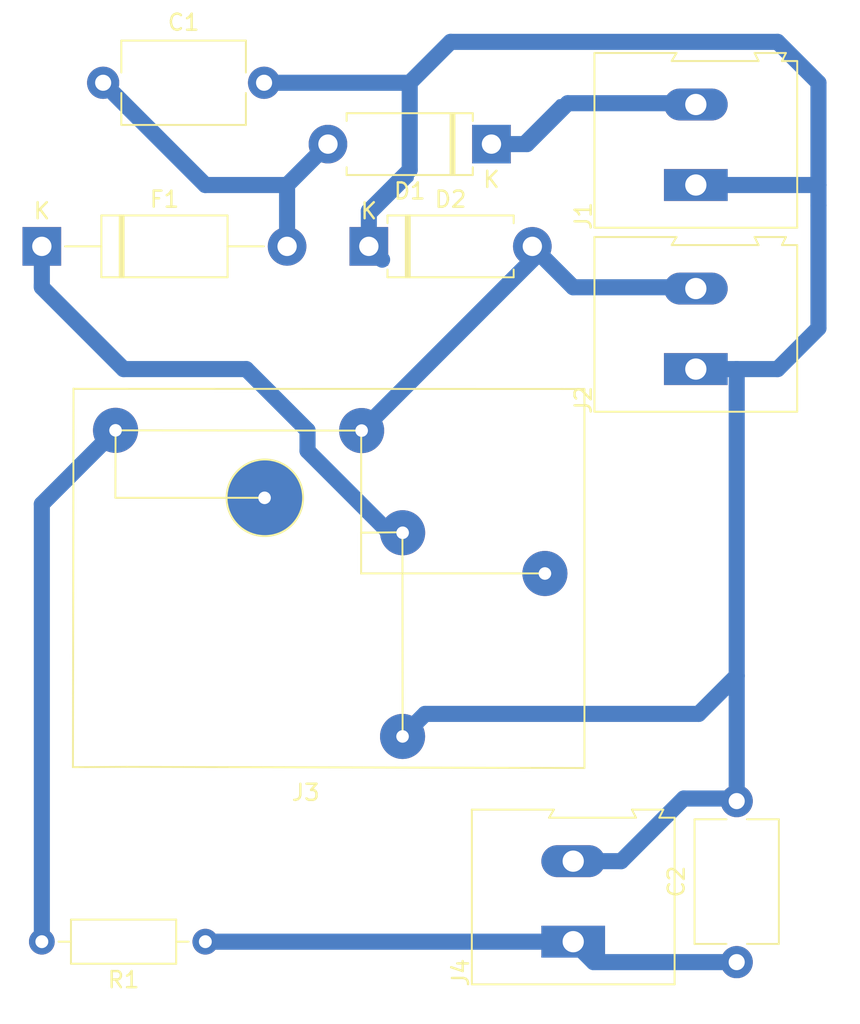
<source format=kicad_pcb>
(kicad_pcb (version 20171130) (host pcbnew "(5.1.5)-3")

  (general
    (thickness 1.6)
    (drawings 7)
    (tracks 55)
    (zones 0)
    (modules 10)
    (nets 9)
  )

  (page A4)
  (layers
    (0 F.Cu signal)
    (31 B.Cu signal)
    (32 B.Adhes user hide)
    (33 F.Adhes user hide)
    (34 B.Paste user hide)
    (35 F.Paste user hide)
    (36 B.SilkS user)
    (37 F.SilkS user hide)
    (38 B.Mask user hide)
    (39 F.Mask user)
    (40 Dwgs.User user hide)
    (41 Cmts.User user hide)
    (42 Eco1.User user hide)
    (43 Eco2.User user hide)
    (44 Edge.Cuts user hide)
    (45 Margin user hide)
    (46 B.CrtYd user hide)
    (47 F.CrtYd user hide)
    (48 B.Fab user hide)
    (49 F.Fab user)
  )

  (setup
    (last_trace_width 1)
    (user_trace_width 0.5)
    (user_trace_width 1)
    (trace_clearance 0.2)
    (zone_clearance 0.508)
    (zone_45_only no)
    (trace_min 0.2)
    (via_size 0.8)
    (via_drill 0.4)
    (via_min_size 0.4)
    (via_min_drill 0.3)
    (uvia_size 0.3)
    (uvia_drill 0.1)
    (uvias_allowed no)
    (uvia_min_size 0.2)
    (uvia_min_drill 0.1)
    (edge_width 0.05)
    (segment_width 0.2)
    (pcb_text_width 0.3)
    (pcb_text_size 1.5 1.5)
    (mod_edge_width 0.12)
    (mod_text_size 1 1)
    (mod_text_width 0.15)
    (pad_size 1.524 1.524)
    (pad_drill 0.762)
    (pad_to_mask_clearance 0.051)
    (solder_mask_min_width 0.25)
    (aux_axis_origin 0 0)
    (visible_elements 7FFFFFFF)
    (pcbplotparams
      (layerselection 0x010fc_ffffffff)
      (usegerberextensions false)
      (usegerberattributes false)
      (usegerberadvancedattributes false)
      (creategerberjobfile false)
      (excludeedgelayer true)
      (linewidth 0.100000)
      (plotframeref false)
      (viasonmask false)
      (mode 1)
      (useauxorigin false)
      (hpglpennumber 1)
      (hpglpenspeed 20)
      (hpglpendiameter 15.000000)
      (psnegative false)
      (psa4output false)
      (plotreference true)
      (plotvalue true)
      (plotinvisibletext false)
      (padsonsilk false)
      (subtractmaskfromsilk false)
      (outputformat 1)
      (mirror false)
      (drillshape 1)
      (scaleselection 1)
      (outputdirectory ""))
  )

  (net 0 "")
  (net 1 "Net-(C1-Pad1)")
  (net 2 "Net-(C1-Pad2)")
  (net 3 "Net-(C2-Pad1)")
  (net 4 "Net-(D1-Pad1)")
  (net 5 "Net-(D2-Pad2)")
  (net 6 "Net-(F1-Pad1)")
  (net 7 "Net-(J3-Pad4)")
  (net 8 "Net-(J3-Pad5)")

  (net_class Default "Esta es la clase de red por defecto."
    (clearance 0.2)
    (trace_width 0.25)
    (via_dia 0.8)
    (via_drill 0.4)
    (uvia_dia 0.3)
    (uvia_drill 0.1)
    (add_net "Net-(C1-Pad1)")
    (add_net "Net-(C1-Pad2)")
    (add_net "Net-(C2-Pad1)")
    (add_net "Net-(D1-Pad1)")
    (add_net "Net-(D2-Pad2)")
    (add_net "Net-(F1-Pad1)")
    (add_net "Net-(J3-Pad4)")
    (add_net "Net-(J3-Pad5)")
  )

  (module TerminalBlock:TerminalBlock_Altech_AK300-2_P5.00mm (layer F.Cu) (tedit 59FF0306) (tstamp 5E41D23C)
    (at 217.17 85.09 90)
    (descr "Altech AK300 terminal block, pitch 5.0mm, 45 degree angled, see http://www.mouser.com/ds/2/16/PCBMETRC-24178.pdf")
    (tags "Altech AK300 terminal block pitch 5.0mm")
    (path /5E3B4CCC)
    (fp_text reference J1 (at -1.92 -6.99 90) (layer F.SilkS)
      (effects (font (size 1 1) (thickness 0.15)))
    )
    (fp_text value Conn_01x02_Female (at 2.78 7.75 90) (layer F.Fab)
      (effects (font (size 1 1) (thickness 0.15)))
    )
    (fp_arc (start -1.13 -4.65) (end -1.42 -4.13) (angle 104.2) (layer F.Fab) (width 0.1))
    (fp_arc (start -0.01 -3.71) (end -1.62 -5) (angle 100) (layer F.Fab) (width 0.1))
    (fp_arc (start 0.06 -6.07) (end 1.53 -4.12) (angle 75.5) (layer F.Fab) (width 0.1))
    (fp_arc (start 1.03 -4.59) (end 1.53 -5.05) (angle 90.5) (layer F.Fab) (width 0.1))
    (fp_arc (start 3.87 -4.65) (end 3.58 -4.13) (angle 104.2) (layer F.Fab) (width 0.1))
    (fp_arc (start 4.99 -3.71) (end 3.39 -5) (angle 100) (layer F.Fab) (width 0.1))
    (fp_arc (start 5.07 -6.07) (end 6.53 -4.12) (angle 75.5) (layer F.Fab) (width 0.1))
    (fp_arc (start 6.03 -4.59) (end 6.54 -5.05) (angle 90.5) (layer F.Fab) (width 0.1))
    (fp_line (start 8.36 6.47) (end -2.83 6.47) (layer F.CrtYd) (width 0.05))
    (fp_line (start 8.36 6.47) (end 8.36 -6.47) (layer F.CrtYd) (width 0.05))
    (fp_line (start -2.83 -6.47) (end -2.83 6.47) (layer F.CrtYd) (width 0.05))
    (fp_line (start -2.83 -6.47) (end 8.36 -6.47) (layer F.CrtYd) (width 0.05))
    (fp_line (start 3.36 -0.25) (end 6.67 -0.25) (layer F.Fab) (width 0.1))
    (fp_line (start 2.98 -0.25) (end 3.36 -0.25) (layer F.Fab) (width 0.1))
    (fp_line (start 7.05 -0.25) (end 6.67 -0.25) (layer F.Fab) (width 0.1))
    (fp_line (start 6.67 -0.64) (end 3.36 -0.64) (layer F.Fab) (width 0.1))
    (fp_line (start 7.61 -0.64) (end 6.67 -0.64) (layer F.Fab) (width 0.1))
    (fp_line (start 1.66 -0.64) (end 3.36 -0.64) (layer F.Fab) (width 0.1))
    (fp_line (start -1.64 -0.64) (end 1.66 -0.64) (layer F.Fab) (width 0.1))
    (fp_line (start -2.58 -0.64) (end -1.64 -0.64) (layer F.Fab) (width 0.1))
    (fp_line (start 1.66 -0.25) (end -1.64 -0.25) (layer F.Fab) (width 0.1))
    (fp_line (start 2.04 -0.25) (end 1.66 -0.25) (layer F.Fab) (width 0.1))
    (fp_line (start -2.02 -0.25) (end -1.64 -0.25) (layer F.Fab) (width 0.1))
    (fp_line (start -1.49 -4.32) (end 1.56 -4.95) (layer F.Fab) (width 0.1))
    (fp_line (start -1.62 -4.45) (end 1.44 -5.08) (layer F.Fab) (width 0.1))
    (fp_line (start 3.52 -4.32) (end 6.56 -4.95) (layer F.Fab) (width 0.1))
    (fp_line (start 3.39 -4.45) (end 6.44 -5.08) (layer F.Fab) (width 0.1))
    (fp_line (start 2.04 -5.97) (end -2.02 -5.97) (layer F.Fab) (width 0.1))
    (fp_line (start -2.02 -3.43) (end -2.02 -5.97) (layer F.Fab) (width 0.1))
    (fp_line (start 2.04 -3.43) (end -2.02 -3.43) (layer F.Fab) (width 0.1))
    (fp_line (start 2.04 -3.43) (end 2.04 -5.97) (layer F.Fab) (width 0.1))
    (fp_line (start 7.05 -3.43) (end 2.98 -3.43) (layer F.Fab) (width 0.1))
    (fp_line (start 7.05 -5.97) (end 7.05 -3.43) (layer F.Fab) (width 0.1))
    (fp_line (start 2.98 -5.97) (end 7.05 -5.97) (layer F.Fab) (width 0.1))
    (fp_line (start 2.98 -3.43) (end 2.98 -5.97) (layer F.Fab) (width 0.1))
    (fp_line (start 7.61 -3.17) (end 7.61 -1.65) (layer F.Fab) (width 0.1))
    (fp_line (start -2.58 -3.17) (end -2.58 -6.22) (layer F.Fab) (width 0.1))
    (fp_line (start -2.58 -3.17) (end 7.61 -3.17) (layer F.Fab) (width 0.1))
    (fp_line (start 7.61 -0.64) (end 7.61 4.06) (layer F.Fab) (width 0.1))
    (fp_line (start 7.61 -1.65) (end 7.61 -0.64) (layer F.Fab) (width 0.1))
    (fp_line (start -2.58 -0.64) (end -2.58 -3.17) (layer F.Fab) (width 0.1))
    (fp_line (start -2.58 6.22) (end -2.58 -0.64) (layer F.Fab) (width 0.1))
    (fp_line (start 6.67 0.51) (end 6.28 0.51) (layer F.Fab) (width 0.1))
    (fp_line (start 3.36 0.51) (end 3.74 0.51) (layer F.Fab) (width 0.1))
    (fp_line (start 1.66 0.51) (end 1.28 0.51) (layer F.Fab) (width 0.1))
    (fp_line (start -1.64 0.51) (end -1.26 0.51) (layer F.Fab) (width 0.1))
    (fp_line (start -1.64 3.68) (end -1.64 0.51) (layer F.Fab) (width 0.1))
    (fp_line (start 1.66 3.68) (end -1.64 3.68) (layer F.Fab) (width 0.1))
    (fp_line (start 1.66 3.68) (end 1.66 0.51) (layer F.Fab) (width 0.1))
    (fp_line (start 3.36 3.68) (end 3.36 0.51) (layer F.Fab) (width 0.1))
    (fp_line (start 6.67 3.68) (end 3.36 3.68) (layer F.Fab) (width 0.1))
    (fp_line (start 6.67 3.68) (end 6.67 0.51) (layer F.Fab) (width 0.1))
    (fp_line (start -2.02 4.32) (end -2.02 6.22) (layer F.Fab) (width 0.1))
    (fp_line (start 2.04 4.32) (end 2.04 -0.25) (layer F.Fab) (width 0.1))
    (fp_line (start 2.04 4.32) (end -2.02 4.32) (layer F.Fab) (width 0.1))
    (fp_line (start 7.05 4.32) (end 7.05 6.22) (layer F.Fab) (width 0.1))
    (fp_line (start 2.98 4.32) (end 2.98 -0.25) (layer F.Fab) (width 0.1))
    (fp_line (start 2.98 4.32) (end 7.05 4.32) (layer F.Fab) (width 0.1))
    (fp_line (start -2.02 6.22) (end 2.04 6.22) (layer F.Fab) (width 0.1))
    (fp_line (start -2.58 6.22) (end -2.02 6.22) (layer F.Fab) (width 0.1))
    (fp_line (start -2.02 -0.25) (end -2.02 4.32) (layer F.Fab) (width 0.1))
    (fp_line (start 2.04 6.22) (end 2.98 6.22) (layer F.Fab) (width 0.1))
    (fp_line (start 2.04 6.22) (end 2.04 4.32) (layer F.Fab) (width 0.1))
    (fp_line (start 7.05 6.22) (end 7.61 6.22) (layer F.Fab) (width 0.1))
    (fp_line (start 2.98 6.22) (end 7.05 6.22) (layer F.Fab) (width 0.1))
    (fp_line (start 7.05 -0.25) (end 7.05 4.32) (layer F.Fab) (width 0.1))
    (fp_line (start 2.98 6.22) (end 2.98 4.32) (layer F.Fab) (width 0.1))
    (fp_line (start 8.11 3.81) (end 8.11 5.46) (layer F.Fab) (width 0.1))
    (fp_line (start 7.61 4.06) (end 7.61 5.21) (layer F.Fab) (width 0.1))
    (fp_line (start 8.11 3.81) (end 7.61 4.06) (layer F.Fab) (width 0.1))
    (fp_line (start 7.61 5.21) (end 7.61 6.22) (layer F.Fab) (width 0.1))
    (fp_line (start 8.11 5.46) (end 7.61 5.21) (layer F.Fab) (width 0.1))
    (fp_line (start 8.11 -1.4) (end 7.61 -1.65) (layer F.Fab) (width 0.1))
    (fp_line (start 8.11 -6.22) (end 8.11 -1.4) (layer F.Fab) (width 0.1))
    (fp_line (start 7.61 -6.22) (end 8.11 -6.22) (layer F.Fab) (width 0.1))
    (fp_line (start 7.61 -6.22) (end -2.58 -6.22) (layer F.Fab) (width 0.1))
    (fp_line (start 7.61 -6.22) (end 7.61 -3.17) (layer F.Fab) (width 0.1))
    (fp_line (start 3.74 2.54) (end 3.74 -0.25) (layer F.Fab) (width 0.1))
    (fp_line (start 3.74 -0.25) (end 6.28 -0.25) (layer F.Fab) (width 0.1))
    (fp_line (start 6.28 2.54) (end 6.28 -0.25) (layer F.Fab) (width 0.1))
    (fp_line (start 3.74 2.54) (end 6.28 2.54) (layer F.Fab) (width 0.1))
    (fp_line (start -1.26 2.54) (end -1.26 -0.25) (layer F.Fab) (width 0.1))
    (fp_line (start -1.26 -0.25) (end 1.28 -0.25) (layer F.Fab) (width 0.1))
    (fp_line (start 1.28 2.54) (end 1.28 -0.25) (layer F.Fab) (width 0.1))
    (fp_line (start -1.26 2.54) (end 1.28 2.54) (layer F.Fab) (width 0.1))
    (fp_line (start 8.2 -6.3) (end -2.65 -6.3) (layer F.SilkS) (width 0.12))
    (fp_line (start 8.2 -1.2) (end 8.2 -6.3) (layer F.SilkS) (width 0.12))
    (fp_line (start 7.7 -1.5) (end 8.2 -1.2) (layer F.SilkS) (width 0.12))
    (fp_line (start 7.7 3.9) (end 7.7 -1.5) (layer F.SilkS) (width 0.12))
    (fp_line (start 8.2 3.65) (end 7.7 3.9) (layer F.SilkS) (width 0.12))
    (fp_line (start 8.2 3.7) (end 8.2 3.65) (layer F.SilkS) (width 0.12))
    (fp_line (start 8.2 5.6) (end 8.2 3.7) (layer F.SilkS) (width 0.12))
    (fp_line (start 7.7 5.35) (end 8.2 5.6) (layer F.SilkS) (width 0.12))
    (fp_line (start 7.7 6.3) (end 7.7 5.35) (layer F.SilkS) (width 0.12))
    (fp_line (start -2.65 6.3) (end 7.7 6.3) (layer F.SilkS) (width 0.12))
    (fp_line (start -2.65 -6.3) (end -2.65 6.3) (layer F.SilkS) (width 0.12))
    (fp_text user %R (at 2.5 -2 90) (layer F.Fab)
      (effects (font (size 1 1) (thickness 0.15)))
    )
    (pad 2 thru_hole oval (at 5 0 90) (size 1.98 3.96) (drill 1.32) (layers *.Cu *.Mask)
      (net 4 "Net-(D1-Pad1)"))
    (pad 1 thru_hole rect (at 0 0 90) (size 1.98 3.96) (drill 1.32) (layers *.Cu *.Mask)
      (net 2 "Net-(C1-Pad2)"))
    (model ${KISYS3DMOD}/TerminalBlock.3dshapes/TerminalBlock_Altech_AK300-2_P5.00mm.wrl
      (at (xyz 0 0 0))
      (scale (xyz 1 1 1))
      (rotate (xyz 0 0 0))
    )
  )

  (module Capacitor_THT:C_Disc_D7.5mm_W5.0mm_P10.00mm (layer F.Cu) (tedit 5AE50EF0) (tstamp 5E41D228)
    (at 180.34 78.74)
    (descr "C, Disc series, Radial, pin pitch=10.00mm, , diameter*width=7.5*5.0mm^2, Capacitor, http://www.vishay.com/docs/28535/vy2series.pdf")
    (tags "C Disc series Radial pin pitch 10.00mm  diameter 7.5mm width 5.0mm Capacitor")
    (path /5E3B045A)
    (fp_text reference C1 (at 5 -3.75) (layer F.SilkS)
      (effects (font (size 1 1) (thickness 0.15)))
    )
    (fp_text value C (at 5 3.75) (layer F.Fab)
      (effects (font (size 1 1) (thickness 0.15)))
    )
    (fp_line (start 1.25 -2.5) (end 1.25 2.5) (layer F.Fab) (width 0.1))
    (fp_line (start 1.25 2.5) (end 8.75 2.5) (layer F.Fab) (width 0.1))
    (fp_line (start 8.75 2.5) (end 8.75 -2.5) (layer F.Fab) (width 0.1))
    (fp_line (start 8.75 -2.5) (end 1.25 -2.5) (layer F.Fab) (width 0.1))
    (fp_line (start 1.13 -2.62) (end 8.87 -2.62) (layer F.SilkS) (width 0.12))
    (fp_line (start 1.13 2.62) (end 8.87 2.62) (layer F.SilkS) (width 0.12))
    (fp_line (start 1.13 -2.62) (end 1.13 -0.636) (layer F.SilkS) (width 0.12))
    (fp_line (start 1.13 0.636) (end 1.13 2.62) (layer F.SilkS) (width 0.12))
    (fp_line (start 8.87 -2.62) (end 8.87 -0.636) (layer F.SilkS) (width 0.12))
    (fp_line (start 8.87 0.636) (end 8.87 2.62) (layer F.SilkS) (width 0.12))
    (fp_line (start -1.25 -2.75) (end -1.25 2.75) (layer F.CrtYd) (width 0.05))
    (fp_line (start -1.25 2.75) (end 11.25 2.75) (layer F.CrtYd) (width 0.05))
    (fp_line (start 11.25 2.75) (end 11.25 -2.75) (layer F.CrtYd) (width 0.05))
    (fp_line (start 11.25 -2.75) (end -1.25 -2.75) (layer F.CrtYd) (width 0.05))
    (fp_text user %R (at 5 -0.235001) (layer F.Fab)
      (effects (font (size 1 1) (thickness 0.15)))
    )
    (pad 1 thru_hole circle (at 0 0) (size 2 2) (drill 1) (layers *.Cu *.Mask)
      (net 1 "Net-(C1-Pad1)"))
    (pad 2 thru_hole circle (at 10 0) (size 2 2) (drill 1) (layers *.Cu *.Mask)
      (net 2 "Net-(C1-Pad2)"))
    (model ${KISYS3DMOD}/Capacitor_THT.3dshapes/C_Disc_D7.5mm_W5.0mm_P10.00mm.wrl
      (at (xyz 0 0 0))
      (scale (xyz 1 1 1))
      (rotate (xyz 0 0 0))
    )
  )

  (module TerminalBlock:TerminalBlock_Altech_AK300-2_P5.00mm (layer F.Cu) (tedit 59FF0306) (tstamp 5E41D1C2)
    (at 209.55 132.08 90)
    (descr "Altech AK300 terminal block, pitch 5.0mm, 45 degree angled, see http://www.mouser.com/ds/2/16/PCBMETRC-24178.pdf")
    (tags "Altech AK300 terminal block pitch 5.0mm")
    (path /5E3B6C5D)
    (fp_text reference J4 (at -1.92 -6.99 90) (layer F.SilkS)
      (effects (font (size 1 1) (thickness 0.15)))
    )
    (fp_text value Conn_01x02_Female (at 2.78 7.75 90) (layer F.Fab)
      (effects (font (size 1 1) (thickness 0.15)))
    )
    (fp_text user %R (at 2.5 -2 90) (layer F.Fab)
      (effects (font (size 1 1) (thickness 0.15)))
    )
    (fp_line (start -2.65 -6.3) (end -2.65 6.3) (layer F.SilkS) (width 0.12))
    (fp_line (start -2.65 6.3) (end 7.7 6.3) (layer F.SilkS) (width 0.12))
    (fp_line (start 7.7 6.3) (end 7.7 5.35) (layer F.SilkS) (width 0.12))
    (fp_line (start 7.7 5.35) (end 8.2 5.6) (layer F.SilkS) (width 0.12))
    (fp_line (start 8.2 5.6) (end 8.2 3.7) (layer F.SilkS) (width 0.12))
    (fp_line (start 8.2 3.7) (end 8.2 3.65) (layer F.SilkS) (width 0.12))
    (fp_line (start 8.2 3.65) (end 7.7 3.9) (layer F.SilkS) (width 0.12))
    (fp_line (start 7.7 3.9) (end 7.7 -1.5) (layer F.SilkS) (width 0.12))
    (fp_line (start 7.7 -1.5) (end 8.2 -1.2) (layer F.SilkS) (width 0.12))
    (fp_line (start 8.2 -1.2) (end 8.2 -6.3) (layer F.SilkS) (width 0.12))
    (fp_line (start 8.2 -6.3) (end -2.65 -6.3) (layer F.SilkS) (width 0.12))
    (fp_line (start -1.26 2.54) (end 1.28 2.54) (layer F.Fab) (width 0.1))
    (fp_line (start 1.28 2.54) (end 1.28 -0.25) (layer F.Fab) (width 0.1))
    (fp_line (start -1.26 -0.25) (end 1.28 -0.25) (layer F.Fab) (width 0.1))
    (fp_line (start -1.26 2.54) (end -1.26 -0.25) (layer F.Fab) (width 0.1))
    (fp_line (start 3.74 2.54) (end 6.28 2.54) (layer F.Fab) (width 0.1))
    (fp_line (start 6.28 2.54) (end 6.28 -0.25) (layer F.Fab) (width 0.1))
    (fp_line (start 3.74 -0.25) (end 6.28 -0.25) (layer F.Fab) (width 0.1))
    (fp_line (start 3.74 2.54) (end 3.74 -0.25) (layer F.Fab) (width 0.1))
    (fp_line (start 7.61 -6.22) (end 7.61 -3.17) (layer F.Fab) (width 0.1))
    (fp_line (start 7.61 -6.22) (end -2.58 -6.22) (layer F.Fab) (width 0.1))
    (fp_line (start 7.61 -6.22) (end 8.11 -6.22) (layer F.Fab) (width 0.1))
    (fp_line (start 8.11 -6.22) (end 8.11 -1.4) (layer F.Fab) (width 0.1))
    (fp_line (start 8.11 -1.4) (end 7.61 -1.65) (layer F.Fab) (width 0.1))
    (fp_line (start 8.11 5.46) (end 7.61 5.21) (layer F.Fab) (width 0.1))
    (fp_line (start 7.61 5.21) (end 7.61 6.22) (layer F.Fab) (width 0.1))
    (fp_line (start 8.11 3.81) (end 7.61 4.06) (layer F.Fab) (width 0.1))
    (fp_line (start 7.61 4.06) (end 7.61 5.21) (layer F.Fab) (width 0.1))
    (fp_line (start 8.11 3.81) (end 8.11 5.46) (layer F.Fab) (width 0.1))
    (fp_line (start 2.98 6.22) (end 2.98 4.32) (layer F.Fab) (width 0.1))
    (fp_line (start 7.05 -0.25) (end 7.05 4.32) (layer F.Fab) (width 0.1))
    (fp_line (start 2.98 6.22) (end 7.05 6.22) (layer F.Fab) (width 0.1))
    (fp_line (start 7.05 6.22) (end 7.61 6.22) (layer F.Fab) (width 0.1))
    (fp_line (start 2.04 6.22) (end 2.04 4.32) (layer F.Fab) (width 0.1))
    (fp_line (start 2.04 6.22) (end 2.98 6.22) (layer F.Fab) (width 0.1))
    (fp_line (start -2.02 -0.25) (end -2.02 4.32) (layer F.Fab) (width 0.1))
    (fp_line (start -2.58 6.22) (end -2.02 6.22) (layer F.Fab) (width 0.1))
    (fp_line (start -2.02 6.22) (end 2.04 6.22) (layer F.Fab) (width 0.1))
    (fp_line (start 2.98 4.32) (end 7.05 4.32) (layer F.Fab) (width 0.1))
    (fp_line (start 2.98 4.32) (end 2.98 -0.25) (layer F.Fab) (width 0.1))
    (fp_line (start 7.05 4.32) (end 7.05 6.22) (layer F.Fab) (width 0.1))
    (fp_line (start 2.04 4.32) (end -2.02 4.32) (layer F.Fab) (width 0.1))
    (fp_line (start 2.04 4.32) (end 2.04 -0.25) (layer F.Fab) (width 0.1))
    (fp_line (start -2.02 4.32) (end -2.02 6.22) (layer F.Fab) (width 0.1))
    (fp_line (start 6.67 3.68) (end 6.67 0.51) (layer F.Fab) (width 0.1))
    (fp_line (start 6.67 3.68) (end 3.36 3.68) (layer F.Fab) (width 0.1))
    (fp_line (start 3.36 3.68) (end 3.36 0.51) (layer F.Fab) (width 0.1))
    (fp_line (start 1.66 3.68) (end 1.66 0.51) (layer F.Fab) (width 0.1))
    (fp_line (start 1.66 3.68) (end -1.64 3.68) (layer F.Fab) (width 0.1))
    (fp_line (start -1.64 3.68) (end -1.64 0.51) (layer F.Fab) (width 0.1))
    (fp_line (start -1.64 0.51) (end -1.26 0.51) (layer F.Fab) (width 0.1))
    (fp_line (start 1.66 0.51) (end 1.28 0.51) (layer F.Fab) (width 0.1))
    (fp_line (start 3.36 0.51) (end 3.74 0.51) (layer F.Fab) (width 0.1))
    (fp_line (start 6.67 0.51) (end 6.28 0.51) (layer F.Fab) (width 0.1))
    (fp_line (start -2.58 6.22) (end -2.58 -0.64) (layer F.Fab) (width 0.1))
    (fp_line (start -2.58 -0.64) (end -2.58 -3.17) (layer F.Fab) (width 0.1))
    (fp_line (start 7.61 -1.65) (end 7.61 -0.64) (layer F.Fab) (width 0.1))
    (fp_line (start 7.61 -0.64) (end 7.61 4.06) (layer F.Fab) (width 0.1))
    (fp_line (start -2.58 -3.17) (end 7.61 -3.17) (layer F.Fab) (width 0.1))
    (fp_line (start -2.58 -3.17) (end -2.58 -6.22) (layer F.Fab) (width 0.1))
    (fp_line (start 7.61 -3.17) (end 7.61 -1.65) (layer F.Fab) (width 0.1))
    (fp_line (start 2.98 -3.43) (end 2.98 -5.97) (layer F.Fab) (width 0.1))
    (fp_line (start 2.98 -5.97) (end 7.05 -5.97) (layer F.Fab) (width 0.1))
    (fp_line (start 7.05 -5.97) (end 7.05 -3.43) (layer F.Fab) (width 0.1))
    (fp_line (start 7.05 -3.43) (end 2.98 -3.43) (layer F.Fab) (width 0.1))
    (fp_line (start 2.04 -3.43) (end 2.04 -5.97) (layer F.Fab) (width 0.1))
    (fp_line (start 2.04 -3.43) (end -2.02 -3.43) (layer F.Fab) (width 0.1))
    (fp_line (start -2.02 -3.43) (end -2.02 -5.97) (layer F.Fab) (width 0.1))
    (fp_line (start 2.04 -5.97) (end -2.02 -5.97) (layer F.Fab) (width 0.1))
    (fp_line (start 3.39 -4.45) (end 6.44 -5.08) (layer F.Fab) (width 0.1))
    (fp_line (start 3.52 -4.32) (end 6.56 -4.95) (layer F.Fab) (width 0.1))
    (fp_line (start -1.62 -4.45) (end 1.44 -5.08) (layer F.Fab) (width 0.1))
    (fp_line (start -1.49 -4.32) (end 1.56 -4.95) (layer F.Fab) (width 0.1))
    (fp_line (start -2.02 -0.25) (end -1.64 -0.25) (layer F.Fab) (width 0.1))
    (fp_line (start 2.04 -0.25) (end 1.66 -0.25) (layer F.Fab) (width 0.1))
    (fp_line (start 1.66 -0.25) (end -1.64 -0.25) (layer F.Fab) (width 0.1))
    (fp_line (start -2.58 -0.64) (end -1.64 -0.64) (layer F.Fab) (width 0.1))
    (fp_line (start -1.64 -0.64) (end 1.66 -0.64) (layer F.Fab) (width 0.1))
    (fp_line (start 1.66 -0.64) (end 3.36 -0.64) (layer F.Fab) (width 0.1))
    (fp_line (start 7.61 -0.64) (end 6.67 -0.64) (layer F.Fab) (width 0.1))
    (fp_line (start 6.67 -0.64) (end 3.36 -0.64) (layer F.Fab) (width 0.1))
    (fp_line (start 7.05 -0.25) (end 6.67 -0.25) (layer F.Fab) (width 0.1))
    (fp_line (start 2.98 -0.25) (end 3.36 -0.25) (layer F.Fab) (width 0.1))
    (fp_line (start 3.36 -0.25) (end 6.67 -0.25) (layer F.Fab) (width 0.1))
    (fp_line (start -2.83 -6.47) (end 8.36 -6.47) (layer F.CrtYd) (width 0.05))
    (fp_line (start -2.83 -6.47) (end -2.83 6.47) (layer F.CrtYd) (width 0.05))
    (fp_line (start 8.36 6.47) (end 8.36 -6.47) (layer F.CrtYd) (width 0.05))
    (fp_line (start 8.36 6.47) (end -2.83 6.47) (layer F.CrtYd) (width 0.05))
    (fp_arc (start 6.03 -4.59) (end 6.54 -5.05) (angle 90.5) (layer F.Fab) (width 0.1))
    (fp_arc (start 5.07 -6.07) (end 6.53 -4.12) (angle 75.5) (layer F.Fab) (width 0.1))
    (fp_arc (start 4.99 -3.71) (end 3.39 -5) (angle 100) (layer F.Fab) (width 0.1))
    (fp_arc (start 3.87 -4.65) (end 3.58 -4.13) (angle 104.2) (layer F.Fab) (width 0.1))
    (fp_arc (start 1.03 -4.59) (end 1.53 -5.05) (angle 90.5) (layer F.Fab) (width 0.1))
    (fp_arc (start 0.06 -6.07) (end 1.53 -4.12) (angle 75.5) (layer F.Fab) (width 0.1))
    (fp_arc (start -0.01 -3.71) (end -1.62 -5) (angle 100) (layer F.Fab) (width 0.1))
    (fp_arc (start -1.13 -4.65) (end -1.42 -4.13) (angle 104.2) (layer F.Fab) (width 0.1))
    (pad 1 thru_hole rect (at 0 0 90) (size 1.98 3.96) (drill 1.32) (layers *.Cu *.Mask)
      (net 3 "Net-(C2-Pad1)"))
    (pad 2 thru_hole oval (at 5 0 90) (size 1.98 3.96) (drill 1.32) (layers *.Cu *.Mask)
      (net 2 "Net-(C1-Pad2)"))
    (model ${KISYS3DMOD}/TerminalBlock.3dshapes/TerminalBlock_Altech_AK300-2_P5.00mm.wrl
      (at (xyz 0 0 0))
      (scale (xyz 1 1 1))
      (rotate (xyz 0 0 0))
    )
  )

  (module Diode_THT:D_DO-15_P10.16mm_Horizontal (layer F.Cu) (tedit 5AE50CD5) (tstamp 5E41D1A4)
    (at 196.85 88.9)
    (descr "Diode, DO-15 series, Axial, Horizontal, pin pitch=10.16mm, , length*diameter=7.6*3.6mm^2, , http://www.diodes.com/_files/packages/DO-15.pdf")
    (tags "Diode DO-15 series Axial Horizontal pin pitch 10.16mm  length 7.6mm diameter 3.6mm")
    (path /5E3AFED1)
    (fp_text reference D2 (at 5.08 -2.92) (layer F.SilkS)
      (effects (font (size 1 1) (thickness 0.15)))
    )
    (fp_text value DIODE (at 5.08 2.92) (layer F.Fab)
      (effects (font (size 1 1) (thickness 0.15)))
    )
    (fp_text user K (at 0 -2.2) (layer F.SilkS)
      (effects (font (size 1 1) (thickness 0.15)))
    )
    (fp_text user K (at 0 -2.2) (layer F.Fab)
      (effects (font (size 1 1) (thickness 0.15)))
    )
    (fp_text user %R (at 5.65 0) (layer F.Fab)
      (effects (font (size 1 1) (thickness 0.15)))
    )
    (fp_line (start 11.61 -2.05) (end -1.45 -2.05) (layer F.CrtYd) (width 0.05))
    (fp_line (start 11.61 2.05) (end 11.61 -2.05) (layer F.CrtYd) (width 0.05))
    (fp_line (start -1.45 2.05) (end 11.61 2.05) (layer F.CrtYd) (width 0.05))
    (fp_line (start -1.45 -2.05) (end -1.45 2.05) (layer F.CrtYd) (width 0.05))
    (fp_line (start 2.3 -1.92) (end 2.3 1.92) (layer F.SilkS) (width 0.12))
    (fp_line (start 2.54 -1.92) (end 2.54 1.92) (layer F.SilkS) (width 0.12))
    (fp_line (start 2.42 -1.92) (end 2.42 1.92) (layer F.SilkS) (width 0.12))
    (fp_line (start 9 1.92) (end 9 1.44) (layer F.SilkS) (width 0.12))
    (fp_line (start 1.16 1.92) (end 9 1.92) (layer F.SilkS) (width 0.12))
    (fp_line (start 1.16 1.44) (end 1.16 1.92) (layer F.SilkS) (width 0.12))
    (fp_line (start 9 -1.92) (end 9 -1.44) (layer F.SilkS) (width 0.12))
    (fp_line (start 1.16 -1.92) (end 9 -1.92) (layer F.SilkS) (width 0.12))
    (fp_line (start 1.16 -1.44) (end 1.16 -1.92) (layer F.SilkS) (width 0.12))
    (fp_line (start 2.32 -1.8) (end 2.32 1.8) (layer F.Fab) (width 0.1))
    (fp_line (start 2.52 -1.8) (end 2.52 1.8) (layer F.Fab) (width 0.1))
    (fp_line (start 2.42 -1.8) (end 2.42 1.8) (layer F.Fab) (width 0.1))
    (fp_line (start 10.16 0) (end 8.88 0) (layer F.Fab) (width 0.1))
    (fp_line (start 0 0) (end 1.28 0) (layer F.Fab) (width 0.1))
    (fp_line (start 8.88 -1.8) (end 1.28 -1.8) (layer F.Fab) (width 0.1))
    (fp_line (start 8.88 1.8) (end 8.88 -1.8) (layer F.Fab) (width 0.1))
    (fp_line (start 1.28 1.8) (end 8.88 1.8) (layer F.Fab) (width 0.1))
    (fp_line (start 1.28 -1.8) (end 1.28 1.8) (layer F.Fab) (width 0.1))
    (pad 2 thru_hole oval (at 10.16 0) (size 2.4 2.4) (drill 1.2) (layers *.Cu *.Mask)
      (net 5 "Net-(D2-Pad2)"))
    (pad 1 thru_hole rect (at 0 0) (size 2.4 2.4) (drill 1.2) (layers *.Cu *.Mask)
      (net 2 "Net-(C1-Pad2)"))
    (model ${KISYS3DMOD}/Diode_THT.3dshapes/D_DO-15_P10.16mm_Horizontal.wrl
      (at (xyz 0 0 0))
      (scale (xyz 1 1 1))
      (rotate (xyz 0 0 0))
    )
  )

  (module Diode_THT:D_DO-15_P10.16mm_Horizontal (layer F.Cu) (tedit 5AE50CD5) (tstamp 5E41D186)
    (at 204.47 82.55 180)
    (descr "Diode, DO-15 series, Axial, Horizontal, pin pitch=10.16mm, , length*diameter=7.6*3.6mm^2, , http://www.diodes.com/_files/packages/DO-15.pdf")
    (tags "Diode DO-15 series Axial Horizontal pin pitch 10.16mm  length 7.6mm diameter 3.6mm")
    (path /5E3AFBF3)
    (fp_text reference D1 (at 5.08 -2.92) (layer F.SilkS)
      (effects (font (size 1 1) (thickness 0.15)))
    )
    (fp_text value DIODE (at 5.08 2.92) (layer F.Fab)
      (effects (font (size 1 1) (thickness 0.15)))
    )
    (fp_line (start 1.28 -1.8) (end 1.28 1.8) (layer F.Fab) (width 0.1))
    (fp_line (start 1.28 1.8) (end 8.88 1.8) (layer F.Fab) (width 0.1))
    (fp_line (start 8.88 1.8) (end 8.88 -1.8) (layer F.Fab) (width 0.1))
    (fp_line (start 8.88 -1.8) (end 1.28 -1.8) (layer F.Fab) (width 0.1))
    (fp_line (start 0 0) (end 1.28 0) (layer F.Fab) (width 0.1))
    (fp_line (start 10.16 0) (end 8.88 0) (layer F.Fab) (width 0.1))
    (fp_line (start 2.42 -1.8) (end 2.42 1.8) (layer F.Fab) (width 0.1))
    (fp_line (start 2.52 -1.8) (end 2.52 1.8) (layer F.Fab) (width 0.1))
    (fp_line (start 2.32 -1.8) (end 2.32 1.8) (layer F.Fab) (width 0.1))
    (fp_line (start 1.16 -1.44) (end 1.16 -1.92) (layer F.SilkS) (width 0.12))
    (fp_line (start 1.16 -1.92) (end 9 -1.92) (layer F.SilkS) (width 0.12))
    (fp_line (start 9 -1.92) (end 9 -1.44) (layer F.SilkS) (width 0.12))
    (fp_line (start 1.16 1.44) (end 1.16 1.92) (layer F.SilkS) (width 0.12))
    (fp_line (start 1.16 1.92) (end 9 1.92) (layer F.SilkS) (width 0.12))
    (fp_line (start 9 1.92) (end 9 1.44) (layer F.SilkS) (width 0.12))
    (fp_line (start 2.42 -1.92) (end 2.42 1.92) (layer F.SilkS) (width 0.12))
    (fp_line (start 2.54 -1.92) (end 2.54 1.92) (layer F.SilkS) (width 0.12))
    (fp_line (start 2.3 -1.92) (end 2.3 1.92) (layer F.SilkS) (width 0.12))
    (fp_line (start -1.45 -2.05) (end -1.45 2.05) (layer F.CrtYd) (width 0.05))
    (fp_line (start -1.45 2.05) (end 11.61 2.05) (layer F.CrtYd) (width 0.05))
    (fp_line (start 11.61 2.05) (end 11.61 -2.05) (layer F.CrtYd) (width 0.05))
    (fp_line (start 11.61 -2.05) (end -1.45 -2.05) (layer F.CrtYd) (width 0.05))
    (fp_text user %R (at 6.144999 0) (layer F.Fab)
      (effects (font (size 1 1) (thickness 0.15)))
    )
    (fp_text user K (at 0 -2.2) (layer F.Fab)
      (effects (font (size 1 1) (thickness 0.15)))
    )
    (fp_text user K (at 0 -2.2) (layer F.SilkS)
      (effects (font (size 1 1) (thickness 0.15)))
    )
    (pad 1 thru_hole rect (at 0 0 180) (size 2.4 2.4) (drill 1.2) (layers *.Cu *.Mask)
      (net 4 "Net-(D1-Pad1)"))
    (pad 2 thru_hole oval (at 10.16 0 180) (size 2.4 2.4) (drill 1.2) (layers *.Cu *.Mask)
      (net 1 "Net-(C1-Pad1)"))
    (model ${KISYS3DMOD}/Diode_THT.3dshapes/D_DO-15_P10.16mm_Horizontal.wrl
      (at (xyz 0 0 0))
      (scale (xyz 1 1 1))
      (rotate (xyz 0 0 0))
    )
  )

  (module TerminalBlock:TerminalBlock_Altech_AK300-2_P5.00mm (layer F.Cu) (tedit 59FF0306) (tstamp 5E41D120)
    (at 217.17 96.52 90)
    (descr "Altech AK300 terminal block, pitch 5.0mm, 45 degree angled, see http://www.mouser.com/ds/2/16/PCBMETRC-24178.pdf")
    (tags "Altech AK300 terminal block pitch 5.0mm")
    (path /5E3B3C52)
    (fp_text reference J2 (at -1.92 -6.99 90) (layer F.SilkS)
      (effects (font (size 1 1) (thickness 0.15)))
    )
    (fp_text value Conn_01x02_Female (at 2.78 7.75 90) (layer F.Fab)
      (effects (font (size 1 1) (thickness 0.15)))
    )
    (fp_text user %R (at 2.5 -2 90) (layer F.Fab)
      (effects (font (size 1 1) (thickness 0.15)))
    )
    (fp_line (start -2.65 -6.3) (end -2.65 6.3) (layer F.SilkS) (width 0.12))
    (fp_line (start -2.65 6.3) (end 7.7 6.3) (layer F.SilkS) (width 0.12))
    (fp_line (start 7.7 6.3) (end 7.7 5.35) (layer F.SilkS) (width 0.12))
    (fp_line (start 7.7 5.35) (end 8.2 5.6) (layer F.SilkS) (width 0.12))
    (fp_line (start 8.2 5.6) (end 8.2 3.7) (layer F.SilkS) (width 0.12))
    (fp_line (start 8.2 3.7) (end 8.2 3.65) (layer F.SilkS) (width 0.12))
    (fp_line (start 8.2 3.65) (end 7.7 3.9) (layer F.SilkS) (width 0.12))
    (fp_line (start 7.7 3.9) (end 7.7 -1.5) (layer F.SilkS) (width 0.12))
    (fp_line (start 7.7 -1.5) (end 8.2 -1.2) (layer F.SilkS) (width 0.12))
    (fp_line (start 8.2 -1.2) (end 8.2 -6.3) (layer F.SilkS) (width 0.12))
    (fp_line (start 8.2 -6.3) (end -2.65 -6.3) (layer F.SilkS) (width 0.12))
    (fp_line (start -1.26 2.54) (end 1.28 2.54) (layer F.Fab) (width 0.1))
    (fp_line (start 1.28 2.54) (end 1.28 -0.25) (layer F.Fab) (width 0.1))
    (fp_line (start -1.26 -0.25) (end 1.28 -0.25) (layer F.Fab) (width 0.1))
    (fp_line (start -1.26 2.54) (end -1.26 -0.25) (layer F.Fab) (width 0.1))
    (fp_line (start 3.74 2.54) (end 6.28 2.54) (layer F.Fab) (width 0.1))
    (fp_line (start 6.28 2.54) (end 6.28 -0.25) (layer F.Fab) (width 0.1))
    (fp_line (start 3.74 -0.25) (end 6.28 -0.25) (layer F.Fab) (width 0.1))
    (fp_line (start 3.74 2.54) (end 3.74 -0.25) (layer F.Fab) (width 0.1))
    (fp_line (start 7.61 -6.22) (end 7.61 -3.17) (layer F.Fab) (width 0.1))
    (fp_line (start 7.61 -6.22) (end -2.58 -6.22) (layer F.Fab) (width 0.1))
    (fp_line (start 7.61 -6.22) (end 8.11 -6.22) (layer F.Fab) (width 0.1))
    (fp_line (start 8.11 -6.22) (end 8.11 -1.4) (layer F.Fab) (width 0.1))
    (fp_line (start 8.11 -1.4) (end 7.61 -1.65) (layer F.Fab) (width 0.1))
    (fp_line (start 8.11 5.46) (end 7.61 5.21) (layer F.Fab) (width 0.1))
    (fp_line (start 7.61 5.21) (end 7.61 6.22) (layer F.Fab) (width 0.1))
    (fp_line (start 8.11 3.81) (end 7.61 4.06) (layer F.Fab) (width 0.1))
    (fp_line (start 7.61 4.06) (end 7.61 5.21) (layer F.Fab) (width 0.1))
    (fp_line (start 8.11 3.81) (end 8.11 5.46) (layer F.Fab) (width 0.1))
    (fp_line (start 2.98 6.22) (end 2.98 4.32) (layer F.Fab) (width 0.1))
    (fp_line (start 7.05 -0.25) (end 7.05 4.32) (layer F.Fab) (width 0.1))
    (fp_line (start 2.98 6.22) (end 7.05 6.22) (layer F.Fab) (width 0.1))
    (fp_line (start 7.05 6.22) (end 7.61 6.22) (layer F.Fab) (width 0.1))
    (fp_line (start 2.04 6.22) (end 2.04 4.32) (layer F.Fab) (width 0.1))
    (fp_line (start 2.04 6.22) (end 2.98 6.22) (layer F.Fab) (width 0.1))
    (fp_line (start -2.02 -0.25) (end -2.02 4.32) (layer F.Fab) (width 0.1))
    (fp_line (start -2.58 6.22) (end -2.02 6.22) (layer F.Fab) (width 0.1))
    (fp_line (start -2.02 6.22) (end 2.04 6.22) (layer F.Fab) (width 0.1))
    (fp_line (start 2.98 4.32) (end 7.05 4.32) (layer F.Fab) (width 0.1))
    (fp_line (start 2.98 4.32) (end 2.98 -0.25) (layer F.Fab) (width 0.1))
    (fp_line (start 7.05 4.32) (end 7.05 6.22) (layer F.Fab) (width 0.1))
    (fp_line (start 2.04 4.32) (end -2.02 4.32) (layer F.Fab) (width 0.1))
    (fp_line (start 2.04 4.32) (end 2.04 -0.25) (layer F.Fab) (width 0.1))
    (fp_line (start -2.02 4.32) (end -2.02 6.22) (layer F.Fab) (width 0.1))
    (fp_line (start 6.67 3.68) (end 6.67 0.51) (layer F.Fab) (width 0.1))
    (fp_line (start 6.67 3.68) (end 3.36 3.68) (layer F.Fab) (width 0.1))
    (fp_line (start 3.36 3.68) (end 3.36 0.51) (layer F.Fab) (width 0.1))
    (fp_line (start 1.66 3.68) (end 1.66 0.51) (layer F.Fab) (width 0.1))
    (fp_line (start 1.66 3.68) (end -1.64 3.68) (layer F.Fab) (width 0.1))
    (fp_line (start -1.64 3.68) (end -1.64 0.51) (layer F.Fab) (width 0.1))
    (fp_line (start -1.64 0.51) (end -1.26 0.51) (layer F.Fab) (width 0.1))
    (fp_line (start 1.66 0.51) (end 1.28 0.51) (layer F.Fab) (width 0.1))
    (fp_line (start 3.36 0.51) (end 3.74 0.51) (layer F.Fab) (width 0.1))
    (fp_line (start 6.67 0.51) (end 6.28 0.51) (layer F.Fab) (width 0.1))
    (fp_line (start -2.58 6.22) (end -2.58 -0.64) (layer F.Fab) (width 0.1))
    (fp_line (start -2.58 -0.64) (end -2.58 -3.17) (layer F.Fab) (width 0.1))
    (fp_line (start 7.61 -1.65) (end 7.61 -0.64) (layer F.Fab) (width 0.1))
    (fp_line (start 7.61 -0.64) (end 7.61 4.06) (layer F.Fab) (width 0.1))
    (fp_line (start -2.58 -3.17) (end 7.61 -3.17) (layer F.Fab) (width 0.1))
    (fp_line (start -2.58 -3.17) (end -2.58 -6.22) (layer F.Fab) (width 0.1))
    (fp_line (start 7.61 -3.17) (end 7.61 -1.65) (layer F.Fab) (width 0.1))
    (fp_line (start 2.98 -3.43) (end 2.98 -5.97) (layer F.Fab) (width 0.1))
    (fp_line (start 2.98 -5.97) (end 7.05 -5.97) (layer F.Fab) (width 0.1))
    (fp_line (start 7.05 -5.97) (end 7.05 -3.43) (layer F.Fab) (width 0.1))
    (fp_line (start 7.05 -3.43) (end 2.98 -3.43) (layer F.Fab) (width 0.1))
    (fp_line (start 2.04 -3.43) (end 2.04 -5.97) (layer F.Fab) (width 0.1))
    (fp_line (start 2.04 -3.43) (end -2.02 -3.43) (layer F.Fab) (width 0.1))
    (fp_line (start -2.02 -3.43) (end -2.02 -5.97) (layer F.Fab) (width 0.1))
    (fp_line (start 2.04 -5.97) (end -2.02 -5.97) (layer F.Fab) (width 0.1))
    (fp_line (start 3.39 -4.45) (end 6.44 -5.08) (layer F.Fab) (width 0.1))
    (fp_line (start 3.52 -4.32) (end 6.56 -4.95) (layer F.Fab) (width 0.1))
    (fp_line (start -1.62 -4.45) (end 1.44 -5.08) (layer F.Fab) (width 0.1))
    (fp_line (start -1.49 -4.32) (end 1.56 -4.95) (layer F.Fab) (width 0.1))
    (fp_line (start -2.02 -0.25) (end -1.64 -0.25) (layer F.Fab) (width 0.1))
    (fp_line (start 2.04 -0.25) (end 1.66 -0.25) (layer F.Fab) (width 0.1))
    (fp_line (start 1.66 -0.25) (end -1.64 -0.25) (layer F.Fab) (width 0.1))
    (fp_line (start -2.58 -0.64) (end -1.64 -0.64) (layer F.Fab) (width 0.1))
    (fp_line (start -1.64 -0.64) (end 1.66 -0.64) (layer F.Fab) (width 0.1))
    (fp_line (start 1.66 -0.64) (end 3.36 -0.64) (layer F.Fab) (width 0.1))
    (fp_line (start 7.61 -0.64) (end 6.67 -0.64) (layer F.Fab) (width 0.1))
    (fp_line (start 6.67 -0.64) (end 3.36 -0.64) (layer F.Fab) (width 0.1))
    (fp_line (start 7.05 -0.25) (end 6.67 -0.25) (layer F.Fab) (width 0.1))
    (fp_line (start 2.98 -0.25) (end 3.36 -0.25) (layer F.Fab) (width 0.1))
    (fp_line (start 3.36 -0.25) (end 6.67 -0.25) (layer F.Fab) (width 0.1))
    (fp_line (start -2.83 -6.47) (end 8.36 -6.47) (layer F.CrtYd) (width 0.05))
    (fp_line (start -2.83 -6.47) (end -2.83 6.47) (layer F.CrtYd) (width 0.05))
    (fp_line (start 8.36 6.47) (end 8.36 -6.47) (layer F.CrtYd) (width 0.05))
    (fp_line (start 8.36 6.47) (end -2.83 6.47) (layer F.CrtYd) (width 0.05))
    (fp_arc (start 6.03 -4.59) (end 6.54 -5.05) (angle 90.5) (layer F.Fab) (width 0.1))
    (fp_arc (start 5.07 -6.07) (end 6.53 -4.12) (angle 75.5) (layer F.Fab) (width 0.1))
    (fp_arc (start 4.99 -3.71) (end 3.39 -5) (angle 100) (layer F.Fab) (width 0.1))
    (fp_arc (start 3.87 -4.65) (end 3.58 -4.13) (angle 104.2) (layer F.Fab) (width 0.1))
    (fp_arc (start 1.03 -4.59) (end 1.53 -5.05) (angle 90.5) (layer F.Fab) (width 0.1))
    (fp_arc (start 0.06 -6.07) (end 1.53 -4.12) (angle 75.5) (layer F.Fab) (width 0.1))
    (fp_arc (start -0.01 -3.71) (end -1.62 -5) (angle 100) (layer F.Fab) (width 0.1))
    (fp_arc (start -1.13 -4.65) (end -1.42 -4.13) (angle 104.2) (layer F.Fab) (width 0.1))
    (pad 1 thru_hole rect (at 0 0 90) (size 1.98 3.96) (drill 1.32) (layers *.Cu *.Mask)
      (net 2 "Net-(C1-Pad2)"))
    (pad 2 thru_hole oval (at 5 0 90) (size 1.98 3.96) (drill 1.32) (layers *.Cu *.Mask)
      (net 5 "Net-(D2-Pad2)"))
    (model ${KISYS3DMOD}/TerminalBlock.3dshapes/TerminalBlock_Altech_AK300-2_P5.00mm.wrl
      (at (xyz 0 0 0))
      (scale (xyz 1 1 1))
      (rotate (xyz 0 0 0))
    )
  )

  (module Resistor_THT:R_Axial_DIN0207_L6.3mm_D2.5mm_P10.16mm_Horizontal (layer F.Cu) (tedit 5AE5139B) (tstamp 5E41D10A)
    (at 186.69 132.08 180)
    (descr "Resistor, Axial_DIN0207 series, Axial, Horizontal, pin pitch=10.16mm, 0.25W = 1/4W, length*diameter=6.3*2.5mm^2, http://cdn-reichelt.de/documents/datenblatt/B400/1_4W%23YAG.pdf")
    (tags "Resistor Axial_DIN0207 series Axial Horizontal pin pitch 10.16mm 0.25W = 1/4W length 6.3mm diameter 2.5mm")
    (path /5E3B12E1)
    (fp_text reference R1 (at 5.08 -2.37) (layer F.SilkS)
      (effects (font (size 1 1) (thickness 0.15)))
    )
    (fp_text value R (at 5.08 2.37) (layer F.Fab)
      (effects (font (size 1 1) (thickness 0.15)))
    )
    (fp_line (start 1.93 -1.25) (end 1.93 1.25) (layer F.Fab) (width 0.1))
    (fp_line (start 1.93 1.25) (end 8.23 1.25) (layer F.Fab) (width 0.1))
    (fp_line (start 8.23 1.25) (end 8.23 -1.25) (layer F.Fab) (width 0.1))
    (fp_line (start 8.23 -1.25) (end 1.93 -1.25) (layer F.Fab) (width 0.1))
    (fp_line (start 0 0) (end 1.93 0) (layer F.Fab) (width 0.1))
    (fp_line (start 10.16 0) (end 8.23 0) (layer F.Fab) (width 0.1))
    (fp_line (start 1.81 -1.37) (end 1.81 1.37) (layer F.SilkS) (width 0.12))
    (fp_line (start 1.81 1.37) (end 8.35 1.37) (layer F.SilkS) (width 0.12))
    (fp_line (start 8.35 1.37) (end 8.35 -1.37) (layer F.SilkS) (width 0.12))
    (fp_line (start 8.35 -1.37) (end 1.81 -1.37) (layer F.SilkS) (width 0.12))
    (fp_line (start 1.04 0) (end 1.81 0) (layer F.SilkS) (width 0.12))
    (fp_line (start 9.12 0) (end 8.35 0) (layer F.SilkS) (width 0.12))
    (fp_line (start -1.05 -1.5) (end -1.05 1.5) (layer F.CrtYd) (width 0.05))
    (fp_line (start -1.05 1.5) (end 11.21 1.5) (layer F.CrtYd) (width 0.05))
    (fp_line (start 11.21 1.5) (end 11.21 -1.5) (layer F.CrtYd) (width 0.05))
    (fp_line (start 11.21 -1.5) (end -1.05 -1.5) (layer F.CrtYd) (width 0.05))
    (fp_text user %R (at 5.08 0) (layer F.Fab)
      (effects (font (size 1 1) (thickness 0.15)))
    )
    (pad 1 thru_hole circle (at 0 0 180) (size 1.6 1.6) (drill 0.8) (layers *.Cu *.Mask)
      (net 3 "Net-(C2-Pad1)"))
    (pad 2 thru_hole oval (at 10.16 0 180) (size 1.6 1.6) (drill 0.8) (layers *.Cu *.Mask)
      (net 7 "Net-(J3-Pad4)"))
    (model ${KISYS3DMOD}/Resistor_THT.3dshapes/R_Axial_DIN0207_L6.3mm_D2.5mm_P10.16mm_Horizontal.wrl
      (at (xyz 0 0 0))
      (scale (xyz 1 1 1))
      (rotate (xyz 0 0 0))
    )
  )

  (module Capacitor_THT:C_Disc_D7.5mm_W5.0mm_P10.00mm (layer F.Cu) (tedit 5AE50EF0) (tstamp 5E41D0F6)
    (at 219.71 133.35 90)
    (descr "C, Disc series, Radial, pin pitch=10.00mm, , diameter*width=7.5*5.0mm^2, Capacitor, http://www.vishay.com/docs/28535/vy2series.pdf")
    (tags "C Disc series Radial pin pitch 10.00mm  diameter 7.5mm width 5.0mm Capacitor")
    (path /5E3B0CFD)
    (fp_text reference C2 (at 5 -3.75 90) (layer F.SilkS)
      (effects (font (size 1 1) (thickness 0.15)))
    )
    (fp_text value C (at 5 3.75 90) (layer F.Fab)
      (effects (font (size 1 1) (thickness 0.15)))
    )
    (fp_text user %R (at 5.074999 0 90) (layer F.Fab)
      (effects (font (size 1 1) (thickness 0.15)))
    )
    (fp_line (start 11.25 -2.75) (end -1.25 -2.75) (layer F.CrtYd) (width 0.05))
    (fp_line (start 11.25 2.75) (end 11.25 -2.75) (layer F.CrtYd) (width 0.05))
    (fp_line (start -1.25 2.75) (end 11.25 2.75) (layer F.CrtYd) (width 0.05))
    (fp_line (start -1.25 -2.75) (end -1.25 2.75) (layer F.CrtYd) (width 0.05))
    (fp_line (start 8.87 0.636) (end 8.87 2.62) (layer F.SilkS) (width 0.12))
    (fp_line (start 8.87 -2.62) (end 8.87 -0.636) (layer F.SilkS) (width 0.12))
    (fp_line (start 1.13 0.636) (end 1.13 2.62) (layer F.SilkS) (width 0.12))
    (fp_line (start 1.13 -2.62) (end 1.13 -0.636) (layer F.SilkS) (width 0.12))
    (fp_line (start 1.13 2.62) (end 8.87 2.62) (layer F.SilkS) (width 0.12))
    (fp_line (start 1.13 -2.62) (end 8.87 -2.62) (layer F.SilkS) (width 0.12))
    (fp_line (start 8.75 -2.5) (end 1.25 -2.5) (layer F.Fab) (width 0.1))
    (fp_line (start 8.75 2.5) (end 8.75 -2.5) (layer F.Fab) (width 0.1))
    (fp_line (start 1.25 2.5) (end 8.75 2.5) (layer F.Fab) (width 0.1))
    (fp_line (start 1.25 -2.5) (end 1.25 2.5) (layer F.Fab) (width 0.1))
    (pad 2 thru_hole circle (at 10 0 90) (size 2 2) (drill 1) (layers *.Cu *.Mask)
      (net 2 "Net-(C1-Pad2)"))
    (pad 1 thru_hole circle (at 0 0 90) (size 2 2) (drill 1) (layers *.Cu *.Mask)
      (net 3 "Net-(C2-Pad1)"))
    (model ${KISYS3DMOD}/Capacitor_THT.3dshapes/C_Disc_D7.5mm_W5.0mm_P10.00mm.wrl
      (at (xyz 0 0 0))
      (scale (xyz 1 1 1))
      (rotate (xyz 0 0 0))
    )
  )

  (module Diode_THT:D_DO-15_P15.24mm_Horizontal (layer F.Cu) (tedit 5AE50CD5) (tstamp 5E41D0D8)
    (at 176.53 88.9)
    (descr "Diode, DO-15 series, Axial, Horizontal, pin pitch=15.24mm, , length*diameter=7.6*3.6mm^2, , http://www.diodes.com/_files/packages/DO-15.pdf")
    (tags "Diode DO-15 series Axial Horizontal pin pitch 15.24mm  length 7.6mm diameter 3.6mm")
    (path /5E3B2535)
    (fp_text reference F1 (at 7.62 -2.92) (layer F.SilkS)
      (effects (font (size 1 1) (thickness 0.15)))
    )
    (fp_text value Fuse (at 7.62 2.92) (layer F.Fab)
      (effects (font (size 1 1) (thickness 0.15)))
    )
    (fp_line (start 3.82 -1.8) (end 3.82 1.8) (layer F.Fab) (width 0.1))
    (fp_line (start 3.82 1.8) (end 11.42 1.8) (layer F.Fab) (width 0.1))
    (fp_line (start 11.42 1.8) (end 11.42 -1.8) (layer F.Fab) (width 0.1))
    (fp_line (start 11.42 -1.8) (end 3.82 -1.8) (layer F.Fab) (width 0.1))
    (fp_line (start 0 0) (end 3.82 0) (layer F.Fab) (width 0.1))
    (fp_line (start 15.24 0) (end 11.42 0) (layer F.Fab) (width 0.1))
    (fp_line (start 4.96 -1.8) (end 4.96 1.8) (layer F.Fab) (width 0.1))
    (fp_line (start 5.06 -1.8) (end 5.06 1.8) (layer F.Fab) (width 0.1))
    (fp_line (start 4.86 -1.8) (end 4.86 1.8) (layer F.Fab) (width 0.1))
    (fp_line (start 3.7 -1.92) (end 3.7 1.92) (layer F.SilkS) (width 0.12))
    (fp_line (start 3.7 1.92) (end 11.54 1.92) (layer F.SilkS) (width 0.12))
    (fp_line (start 11.54 1.92) (end 11.54 -1.92) (layer F.SilkS) (width 0.12))
    (fp_line (start 11.54 -1.92) (end 3.7 -1.92) (layer F.SilkS) (width 0.12))
    (fp_line (start 1.44 0) (end 3.7 0) (layer F.SilkS) (width 0.12))
    (fp_line (start 13.8 0) (end 11.54 0) (layer F.SilkS) (width 0.12))
    (fp_line (start 4.96 -1.92) (end 4.96 1.92) (layer F.SilkS) (width 0.12))
    (fp_line (start 5.08 -1.92) (end 5.08 1.92) (layer F.SilkS) (width 0.12))
    (fp_line (start 4.84 -1.92) (end 4.84 1.92) (layer F.SilkS) (width 0.12))
    (fp_line (start -1.45 -2.05) (end -1.45 2.05) (layer F.CrtYd) (width 0.05))
    (fp_line (start -1.45 2.05) (end 16.69 2.05) (layer F.CrtYd) (width 0.05))
    (fp_line (start 16.69 2.05) (end 16.69 -2.05) (layer F.CrtYd) (width 0.05))
    (fp_line (start 16.69 -2.05) (end -1.45 -2.05) (layer F.CrtYd) (width 0.05))
    (fp_text user %R (at 8.19 0) (layer F.Fab)
      (effects (font (size 1 1) (thickness 0.15)))
    )
    (fp_text user K (at 0 -2.2) (layer F.Fab)
      (effects (font (size 1 1) (thickness 0.15)))
    )
    (fp_text user K (at 0 -2.2) (layer F.SilkS)
      (effects (font (size 1 1) (thickness 0.15)))
    )
    (pad 1 thru_hole rect (at 0 0) (size 2.4 2.4) (drill 1.2) (layers *.Cu *.Mask)
      (net 6 "Net-(F1-Pad1)"))
    (pad 2 thru_hole oval (at 15.24 0) (size 2.4 2.4) (drill 1.2) (layers *.Cu *.Mask)
      (net 1 "Net-(C1-Pad1)"))
    (model ${KISYS3DMOD}/Diode_THT.3dshapes/D_DO-15_P15.24mm_Horizontal.wrl
      (at (xyz 0 0 0))
      (scale (xyz 1 1 1))
      (rotate (xyz 0 0 0))
    )
  )

  (module HVEMCO:EMCOC20 (layer F.Cu) (tedit 5E4170B5) (tstamp 5E41F35E)
    (at 184.15 107.95)
    (path /5E3B1920)
    (fp_text reference J3 (at 8.77824 14.86662) (layer F.SilkS)
      (effects (font (size 1 1) (thickness 0.15)))
    )
    (fp_text value Conn_01x05_Female (at 8.03148 -11.89736) (layer F.Fab)
      (effects (font (size 1 1) (thickness 0.15)))
    )
    (fp_line (start -5.6515 -9.95934) (end -5.65404 -10.22096) (layer F.SilkS) (width 0.12))
    (fp_line (start -5.68706 13.29182) (end -5.6515 -9.95934) (layer F.SilkS) (width 0.12))
    (fp_line (start -2.35712 13.27404) (end -5.68706 13.29182) (layer F.SilkS) (width 0.12))
    (fp_line (start 26.0985 13.34516) (end -2.35712 13.27404) (layer F.SilkS) (width 0.12))
    (fp_line (start 26.0985 -10.19302) (end 26.0985 13.34516) (layer F.SilkS) (width 0.12))
    (fp_line (start -5.60578 -10.20318) (end 26.0985 -10.19302) (layer F.SilkS) (width 0.12))
    (fp_circle (center 6.23824 -3.43662) (end 3.8608 -3.4036) (layer F.SilkS) (width 0.12))
    (fp_line (start -3.048 -3.43662) (end 6.23062 -3.43662) (layer F.SilkS) (width 0.12))
    (fp_line (start -3.03784 -7.6454) (end -3.048 -3.43662) (layer F.SilkS) (width 0.12))
    (fp_line (start 12.22756 1.25984) (end 23.65248 1.25984) (layer F.SilkS) (width 0.12))
    (fp_line (start 14.78788 -1.29794) (end 14.79804 11.38428) (layer F.SilkS) (width 0.12))
    (fp_line (start 12.22248 -1.28016) (end 12.22248 1.27508) (layer F.SilkS) (width 0.12))
    (fp_line (start 12.22502 -1.27) (end 14.78026 -1.2954) (layer F.SilkS) (width 0.12))
    (fp_line (start 12.22502 -7.60984) (end 12.22502 -1.27) (layer F.SilkS) (width 0.12))
    (fp_line (start -3.04038 -7.62508) (end 12.21994 -7.60984) (layer F.SilkS) (width 0.12))
    (pad 6 thru_hole circle (at 6.22046 -3.43408) (size 4.75 4.75) (drill 0.78) (layers *.Cu *.Mask))
    (pad 5 thru_hole circle (at 23.64232 1.26492) (size 2.8 2.8) (drill 0.78) (layers *.Cu *.Mask)
      (net 8 "Net-(J3-Pad5)"))
    (pad 2 thru_hole circle (at 14.7955 11.38428) (size 2.8 2.8) (drill 0.78) (layers *.Cu *.Mask)
      (net 2 "Net-(C1-Pad2)"))
    (pad 1 thru_hole circle (at 14.80058 -1.26492) (size 2.8 2.8) (drill 0.78) (layers *.Cu *.Mask)
      (net 6 "Net-(F1-Pad1)"))
    (pad 3 thru_hole circle (at 12.25296 -7.60984) (size 2.8 2.8) (drill 0.78) (layers *.Cu *.Mask)
      (net 5 "Net-(D2-Pad2)"))
    (pad 4 thru_hole circle (at -3.04038 -7.62508) (size 2.8 2.8) (drill 0.78) (layers *.Cu *.Mask)
      (net 7 "Net-(J3-Pad4)"))
  )

  (gr_line (start 173.99 77.47) (end 173.99 137.16) (layer F.Mask) (width 0.12) (tstamp 5E41D0BA))
  (gr_line (start 173.99 77.47) (end 173.99 73.66) (layer F.Mask) (width 0.12) (tstamp 5E41D0BE))
  (gr_line (start 227.33 137.16) (end 223.52 137.16) (layer F.Mask) (width 0.12) (tstamp 5E41D0BF))
  (gr_line (start 227.33 73.66) (end 227.33 137.16) (layer F.Mask) (width 0.12) (tstamp 5E41D0BD))
  (gr_line (start 173.99 137.16) (end 222.25 137.16) (layer F.Mask) (width 0.12) (tstamp 5E41D0BC))
  (gr_line (start 173.99 73.66) (end 226.06 73.66) (layer F.Mask) (width 0.12) (tstamp 5E41D0BB))
  (gr_line (start 73.66 17.78) (end 29.21 13.97) (layer F.SilkS) (width 0.12))

  (segment (start 191.77 88.9) (end 191.77 85.09) (width 1) (layer B.Cu) (net 1) (tstamp 5E41D2AD))
  (segment (start 191.77 85.09) (end 194.31 82.55) (width 1) (layer B.Cu) (net 1) (tstamp 5E41D2B2))
  (segment (start 180.34 78.74) (end 186.69 85.09) (width 1) (layer B.Cu) (net 1) (tstamp 5E41D2B7))
  (segment (start 186.69 85.09) (end 191.77 85.09) (width 1) (layer B.Cu) (net 1) (tstamp 5E41D2BA))
  (segment (start 196.85 87.2) (end 199.39 84.66) (width 0.5) (layer B.Cu) (net 2) (tstamp 5E41D2A2))
  (segment (start 196.85 88.9) (end 196.85 87.2) (width 0.5) (layer B.Cu) (net 2) (tstamp 5E41D2A3))
  (segment (start 199.39 84.66) (end 199.39 81.28) (width 0.5) (layer B.Cu) (net 2) (tstamp 5E41D2A4))
  (segment (start 217.17 96.52) (end 219.65 96.52) (width 0.5) (layer B.Cu) (net 2) (tstamp 5E41D2A5))
  (segment (start 217.17 85.09) (end 219.65 85.09) (width 0.5) (layer B.Cu) (net 2) (tstamp 5E41D2A6))
  (segment (start 204.47 76.2) (end 219.71 76.2) (width 0.5) (layer B.Cu) (net 2) (tstamp 5E41D2A7))
  (segment (start 219.71 96.52) (end 217.17 96.52) (width 1) (layer B.Cu) (net 2) (tstamp 5E41D2AB))
  (segment (start 216.42 123.19) (end 219.71 123.19) (width 1) (layer B.Cu) (net 2) (tstamp 5E41D2AC))
  (segment (start 209.55 127.08) (end 212.53 127.08) (width 1) (layer B.Cu) (net 2) (tstamp 5E41D2B0))
  (segment (start 212.53 127.08) (end 216.42 123.19) (width 1) (layer B.Cu) (net 2) (tstamp 5E41D2B4))
  (segment (start 222.25 96.52) (end 219.71 96.52) (width 1) (layer B.Cu) (net 2) (tstamp 5E41D2B5))
  (segment (start 199.39 84.16) (end 199.39 78.74) (width 1) (layer B.Cu) (net 2) (tstamp 5E41D2BF))
  (segment (start 196.85 88.9) (end 196.85 86.7) (width 1) (layer B.Cu) (net 2) (tstamp 5E41D2C0))
  (segment (start 196.85 86.7) (end 199.39 84.16) (width 1) (layer B.Cu) (net 2) (tstamp 5E41D2C7))
  (segment (start 201.93 76.2) (end 222.25 76.2) (width 1) (layer B.Cu) (net 2) (tstamp 5E41D2C8))
  (segment (start 190.34 78.74) (end 199.39 78.74) (width 1) (layer B.Cu) (net 2) (tstamp 5E41D2C9))
  (segment (start 222.25 76.2) (end 224.79 78.74) (width 1) (layer B.Cu) (net 2) (tstamp 5E41D2CA))
  (segment (start 199.39 78.74) (end 201.93 76.2) (width 1) (layer B.Cu) (net 2) (tstamp 5E41D2CB))
  (segment (start 224.79 93.98) (end 222.25 96.52) (width 1) (layer B.Cu) (net 2) (tstamp 5E41D2CD))
  (segment (start 224.79 86.36) (end 224.79 93.98) (width 1) (layer B.Cu) (net 2) (tstamp 5E41D2D0))
  (segment (start 224.79 78.74) (end 224.79 85.09) (width 1) (layer B.Cu) (net 2) (tstamp 5E41D2D1))
  (segment (start 197.6755 89.7255) (end 196.85 88.9) (width 1) (layer B.Cu) (net 2) (tstamp 5E41D2D2))
  (segment (start 217.17 85.09) (end 224.79 85.09) (width 1) (layer B.Cu) (net 2) (tstamp 5E41D2D4))
  (segment (start 224.79 85.09) (end 224.79 86.36) (width 1) (layer B.Cu) (net 2) (tstamp 5E41D2D5))
  (segment (start 217.345719 117.934281) (end 219.71 115.57) (width 1) (layer B.Cu) (net 2))
  (segment (start 200.345499 117.934281) (end 217.345719 117.934281) (width 1) (layer B.Cu) (net 2))
  (segment (start 219.71 123.19) (end 219.71 115.57) (width 1) (layer B.Cu) (net 2))
  (segment (start 198.9455 119.33428) (end 200.345499 117.934281) (width 1) (layer B.Cu) (net 2))
  (segment (start 219.71 115.57) (end 219.71 96.52) (width 1) (layer B.Cu) (net 2))
  (segment (start 210.82 133.35) (end 209.55 132.08) (width 1) (layer B.Cu) (net 3) (tstamp 5E41D2B6))
  (segment (start 219.71 133.35) (end 210.82 133.35) (width 1) (layer B.Cu) (net 3) (tstamp 5E41D2B8))
  (segment (start 186.69 132.08) (end 209.55 132.08) (width 1) (layer B.Cu) (net 3) (tstamp 5E41D2BB))
  (segment (start 206.17 82.55) (end 208.71 80.01) (width 0.5) (layer B.Cu) (net 4) (tstamp 5E41D2A8))
  (segment (start 208.71 80.01) (end 217.17 80.01) (width 0.5) (layer B.Cu) (net 4) (tstamp 5E41D2A9))
  (segment (start 204.47 82.55) (end 206.17 82.55) (width 0.5) (layer B.Cu) (net 4) (tstamp 5E41D2AA))
  (segment (start 204.47 82.55) (end 206.67 82.55) (width 1) (layer B.Cu) (net 4) (tstamp 5E41D2BC))
  (segment (start 206.67 82.55) (end 209.21 80.01) (width 1) (layer B.Cu) (net 4) (tstamp 5E41D2BE))
  (segment (start 209.21 80.01) (end 218.44 80.01) (width 1) (layer B.Cu) (net 4) (tstamp 5E41D2C6))
  (segment (start 207.01 88.9) (end 209.55 91.44) (width 1) (layer B.Cu) (net 5) (tstamp 5E41D2C3))
  (segment (start 209.55 91.44) (end 217.17 91.44) (width 1) (layer B.Cu) (net 5) (tstamp 5E41D2C5))
  (segment (start 196.40296 100.34016) (end 207.01 89.73312) (width 1) (layer B.Cu) (net 5))
  (segment (start 207.01 89.73312) (end 207.01 88.9) (width 1) (layer B.Cu) (net 5))
  (segment (start 176.53 91.314238) (end 176.53 88.9) (width 1) (layer B.Cu) (net 6) (tstamp 5E41D2B9))
  (segment (start 176.53 91.314238) (end 176.53 91.44) (width 1) (layer B.Cu) (net 6))
  (segment (start 176.53 91.44) (end 181.61 96.52) (width 1) (layer B.Cu) (net 6))
  (segment (start 181.61 96.52) (end 189.23 96.52) (width 1) (layer B.Cu) (net 6))
  (segment (start 189.23 96.52) (end 193.04 100.33) (width 1) (layer B.Cu) (net 6))
  (segment (start 193.04 100.33) (end 193.04 101.6) (width 1) (layer B.Cu) (net 6))
  (segment (start 193.04 101.6) (end 198.12 106.68) (width 1) (layer B.Cu) (net 6))
  (segment (start 181.10962 100.32492) (end 176.53 104.90454) (width 1) (layer B.Cu) (net 7))
  (segment (start 176.53 104.90454) (end 176.53 132.08) (width 1) (layer B.Cu) (net 7))

)

</source>
